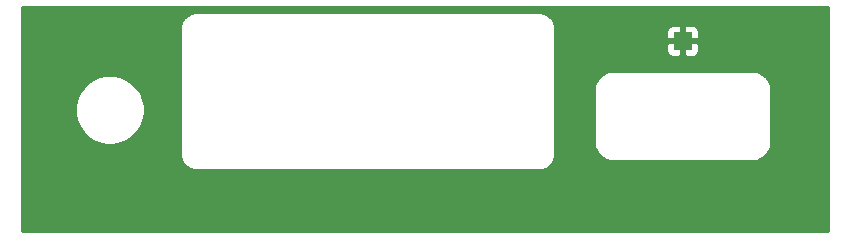
<source format=gbr>
%TF.GenerationSoftware,KiCad,Pcbnew,(5.1.6)-1*%
%TF.CreationDate,2020-11-22T20:04:26-08:00*%
%TF.ProjectId,vgavt1593-front,76676176-7431-4353-9933-2d66726f6e74,rev?*%
%TF.SameCoordinates,Original*%
%TF.FileFunction,Copper,L2,Bot*%
%TF.FilePolarity,Positive*%
%FSLAX46Y46*%
G04 Gerber Fmt 4.6, Leading zero omitted, Abs format (unit mm)*
G04 Created by KiCad (PCBNEW (5.1.6)-1) date 2020-11-22 20:04:26*
%MOMM*%
%LPD*%
G01*
G04 APERTURE LIST*
%TA.AperFunction,SMDPad,CuDef*%
%ADD10R,1.500000X1.500000*%
%TD*%
%TA.AperFunction,ViaPad*%
%ADD11C,0.635000*%
%TD*%
%TA.AperFunction,Conductor*%
%ADD12C,0.254000*%
%TD*%
G04 APERTURE END LIST*
D10*
%TO.P,TP1,1*%
%TO.N,GND*%
X80264000Y-28702000D03*
%TD*%
D11*
%TO.N,GND*%
X91694000Y-43942000D03*
X91694000Y-26670000D03*
X25146000Y-43942000D03*
X25146000Y-26670000D03*
%TD*%
D12*
%TO.N,GND*%
G36*
X92533000Y-44781000D02*
G01*
X24307000Y-44781000D01*
X24307000Y-38246940D01*
X37694000Y-38246940D01*
X37695740Y-38264605D01*
X37695696Y-38270890D01*
X37696249Y-38276532D01*
X37716976Y-38473734D01*
X37724377Y-38509789D01*
X37731270Y-38545924D01*
X37732908Y-38551347D01*
X37732909Y-38551353D01*
X37732911Y-38551359D01*
X37791544Y-38740773D01*
X37805821Y-38774736D01*
X37819589Y-38808814D01*
X37822247Y-38813815D01*
X37822249Y-38813819D01*
X37822251Y-38813822D01*
X37916561Y-38988244D01*
X37937134Y-39018744D01*
X37957287Y-39049541D01*
X37960870Y-39053934D01*
X38087264Y-39206719D01*
X38113415Y-39232689D01*
X38139120Y-39258937D01*
X38143482Y-39262546D01*
X38143488Y-39262552D01*
X38143495Y-39262556D01*
X38297150Y-39387875D01*
X38327797Y-39408237D01*
X38358161Y-39429028D01*
X38363140Y-39431720D01*
X38363148Y-39431725D01*
X38363156Y-39431728D01*
X38538226Y-39524815D01*
X38572292Y-39538857D01*
X38606071Y-39553334D01*
X38611475Y-39555007D01*
X38611484Y-39555011D01*
X38611493Y-39555013D01*
X38801313Y-39612322D01*
X38837439Y-39619475D01*
X38873400Y-39627119D01*
X38879034Y-39627712D01*
X38879041Y-39627713D01*
X38879048Y-39627713D01*
X39076380Y-39647062D01*
X39076382Y-39647062D01*
X39096059Y-39649000D01*
X68091941Y-39649000D01*
X68109606Y-39647260D01*
X68115890Y-39647304D01*
X68121532Y-39646751D01*
X68318734Y-39626024D01*
X68354789Y-39618623D01*
X68390924Y-39611730D01*
X68396347Y-39610092D01*
X68396353Y-39610091D01*
X68396359Y-39610089D01*
X68585773Y-39551456D01*
X68619736Y-39537179D01*
X68653814Y-39523411D01*
X68658815Y-39520753D01*
X68658819Y-39520751D01*
X68658822Y-39520749D01*
X68833244Y-39426439D01*
X68863744Y-39405866D01*
X68894541Y-39385713D01*
X68898934Y-39382130D01*
X69051719Y-39255736D01*
X69077689Y-39229585D01*
X69103937Y-39203880D01*
X69107546Y-39199518D01*
X69107552Y-39199512D01*
X69107556Y-39199505D01*
X69232875Y-39045850D01*
X69253237Y-39015203D01*
X69274028Y-38984839D01*
X69276720Y-38979860D01*
X69276725Y-38979852D01*
X69276728Y-38979844D01*
X69369815Y-38804774D01*
X69383857Y-38770708D01*
X69398334Y-38736929D01*
X69400007Y-38731525D01*
X69400011Y-38731516D01*
X69400013Y-38731507D01*
X69457322Y-38541687D01*
X69464475Y-38505561D01*
X69472119Y-38469600D01*
X69472712Y-38463962D01*
X69472713Y-38463959D01*
X69472713Y-38463952D01*
X69492062Y-38266620D01*
X69492062Y-38266618D01*
X69494000Y-38246941D01*
X69494000Y-32873060D01*
X72746000Y-32873060D01*
X72746001Y-37230941D01*
X72747757Y-37248770D01*
X72747702Y-37256662D01*
X72748255Y-37262304D01*
X72774163Y-37508807D01*
X72781564Y-37544860D01*
X72788458Y-37581000D01*
X72790096Y-37586427D01*
X72863391Y-37823203D01*
X72877651Y-37857126D01*
X72891435Y-37891242D01*
X72894096Y-37896248D01*
X73011984Y-38114278D01*
X73032584Y-38144819D01*
X73052711Y-38175576D01*
X73056294Y-38179970D01*
X73214287Y-38370950D01*
X73240438Y-38396920D01*
X73266143Y-38423168D01*
X73270505Y-38426777D01*
X73270511Y-38426783D01*
X73270518Y-38426787D01*
X73462589Y-38583437D01*
X73493265Y-38603818D01*
X73523602Y-38624590D01*
X73528583Y-38627284D01*
X73528587Y-38627287D01*
X73528591Y-38627289D01*
X73747436Y-38743650D01*
X73781473Y-38757679D01*
X73815278Y-38772168D01*
X73820687Y-38773842D01*
X73820694Y-38773845D01*
X73820701Y-38773846D01*
X74057974Y-38845484D01*
X74094090Y-38852635D01*
X74130065Y-38860282D01*
X74135701Y-38860875D01*
X74135703Y-38860875D01*
X74382381Y-38885062D01*
X74382382Y-38885062D01*
X74402059Y-38887000D01*
X86125941Y-38887000D01*
X86143780Y-38885243D01*
X86151662Y-38885298D01*
X86157304Y-38884745D01*
X86403807Y-38858837D01*
X86439860Y-38851436D01*
X86476000Y-38844542D01*
X86481427Y-38842904D01*
X86718203Y-38769609D01*
X86752126Y-38755349D01*
X86786242Y-38741565D01*
X86791248Y-38738904D01*
X87009278Y-38621016D01*
X87039819Y-38600416D01*
X87070576Y-38580289D01*
X87074970Y-38576706D01*
X87265950Y-38418713D01*
X87291920Y-38392562D01*
X87318168Y-38366857D01*
X87321777Y-38362495D01*
X87321783Y-38362489D01*
X87321787Y-38362482D01*
X87478437Y-38170411D01*
X87498818Y-38139735D01*
X87519590Y-38109398D01*
X87522284Y-38104417D01*
X87522287Y-38104413D01*
X87522289Y-38104409D01*
X87638650Y-37885564D01*
X87652679Y-37851527D01*
X87667168Y-37817722D01*
X87668842Y-37812313D01*
X87668845Y-37812306D01*
X87668846Y-37812299D01*
X87740484Y-37575026D01*
X87747635Y-37538910D01*
X87755282Y-37502935D01*
X87755875Y-37497297D01*
X87780062Y-37250619D01*
X87780062Y-37250618D01*
X87782000Y-37230941D01*
X87782000Y-32873059D01*
X87780243Y-32855220D01*
X87780298Y-32847339D01*
X87779745Y-32841697D01*
X87753837Y-32595193D01*
X87746436Y-32559140D01*
X87739542Y-32523000D01*
X87737904Y-32517573D01*
X87664609Y-32280797D01*
X87650349Y-32246874D01*
X87636565Y-32212758D01*
X87633904Y-32207752D01*
X87516016Y-31989722D01*
X87495416Y-31959181D01*
X87475289Y-31928424D01*
X87471706Y-31924030D01*
X87313713Y-31733050D01*
X87287597Y-31707116D01*
X87261857Y-31680831D01*
X87257489Y-31677217D01*
X87065411Y-31520563D01*
X87034762Y-31500199D01*
X87004398Y-31479409D01*
X86999422Y-31476719D01*
X86999413Y-31476713D01*
X86999404Y-31476709D01*
X86780564Y-31360350D01*
X86746539Y-31346326D01*
X86712722Y-31331832D01*
X86707307Y-31330156D01*
X86707309Y-31330156D01*
X86707301Y-31330154D01*
X86470026Y-31258516D01*
X86433910Y-31251365D01*
X86397935Y-31243718D01*
X86392299Y-31243125D01*
X86392297Y-31243125D01*
X86145619Y-31218938D01*
X86145618Y-31218938D01*
X86125941Y-31217000D01*
X74402059Y-31217000D01*
X74384220Y-31218757D01*
X74376339Y-31218702D01*
X74370697Y-31219255D01*
X74124193Y-31245163D01*
X74088140Y-31252564D01*
X74052000Y-31259458D01*
X74046573Y-31261096D01*
X73809797Y-31334391D01*
X73775874Y-31348651D01*
X73741758Y-31362435D01*
X73736752Y-31365096D01*
X73518722Y-31482984D01*
X73488181Y-31503584D01*
X73457424Y-31523711D01*
X73453030Y-31527294D01*
X73262050Y-31685287D01*
X73236116Y-31711403D01*
X73209831Y-31737143D01*
X73206217Y-31741511D01*
X73049563Y-31933589D01*
X73029199Y-31964238D01*
X73008409Y-31994602D01*
X73005719Y-31999578D01*
X73005713Y-31999587D01*
X73005709Y-31999596D01*
X72889350Y-32218436D01*
X72875326Y-32252461D01*
X72860832Y-32286278D01*
X72859156Y-32291693D01*
X72787516Y-32528974D01*
X72780365Y-32565090D01*
X72772718Y-32601065D01*
X72772125Y-32606703D01*
X72747938Y-32853381D01*
X72746000Y-32873060D01*
X69494000Y-32873060D01*
X69494000Y-29452000D01*
X78875928Y-29452000D01*
X78888188Y-29576482D01*
X78924498Y-29696180D01*
X78983463Y-29806494D01*
X79062815Y-29903185D01*
X79159506Y-29982537D01*
X79269820Y-30041502D01*
X79389518Y-30077812D01*
X79514000Y-30090072D01*
X79978250Y-30087000D01*
X80137000Y-29928250D01*
X80137000Y-28829000D01*
X80391000Y-28829000D01*
X80391000Y-29928250D01*
X80549750Y-30087000D01*
X81014000Y-30090072D01*
X81138482Y-30077812D01*
X81258180Y-30041502D01*
X81368494Y-29982537D01*
X81465185Y-29903185D01*
X81544537Y-29806494D01*
X81603502Y-29696180D01*
X81639812Y-29576482D01*
X81652072Y-29452000D01*
X81649000Y-28987750D01*
X81490250Y-28829000D01*
X80391000Y-28829000D01*
X80137000Y-28829000D01*
X79037750Y-28829000D01*
X78879000Y-28987750D01*
X78875928Y-29452000D01*
X69494000Y-29452000D01*
X69494000Y-27952000D01*
X78875928Y-27952000D01*
X78879000Y-28416250D01*
X79037750Y-28575000D01*
X80137000Y-28575000D01*
X80137000Y-27475750D01*
X80391000Y-27475750D01*
X80391000Y-28575000D01*
X81490250Y-28575000D01*
X81649000Y-28416250D01*
X81652072Y-27952000D01*
X81639812Y-27827518D01*
X81603502Y-27707820D01*
X81544537Y-27597506D01*
X81465185Y-27500815D01*
X81368494Y-27421463D01*
X81258180Y-27362498D01*
X81138482Y-27326188D01*
X81014000Y-27313928D01*
X80549750Y-27317000D01*
X80391000Y-27475750D01*
X80137000Y-27475750D01*
X79978250Y-27317000D01*
X79514000Y-27313928D01*
X79389518Y-27326188D01*
X79269820Y-27362498D01*
X79159506Y-27421463D01*
X79062815Y-27500815D01*
X78983463Y-27597506D01*
X78924498Y-27707820D01*
X78888188Y-27827518D01*
X78875928Y-27952000D01*
X69494000Y-27952000D01*
X69494000Y-27666059D01*
X69492260Y-27648394D01*
X69492304Y-27642110D01*
X69491751Y-27636468D01*
X69471024Y-27439266D01*
X69463622Y-27403205D01*
X69456730Y-27367076D01*
X69455091Y-27361649D01*
X69455091Y-27361647D01*
X69455089Y-27361641D01*
X69396456Y-27172228D01*
X69382200Y-27138314D01*
X69368411Y-27104185D01*
X69365750Y-27099180D01*
X69271439Y-26924756D01*
X69250844Y-26894223D01*
X69230713Y-26863460D01*
X69227131Y-26859066D01*
X69100736Y-26706282D01*
X69074620Y-26680348D01*
X69048880Y-26654063D01*
X69044518Y-26650454D01*
X69044512Y-26650448D01*
X69044505Y-26650444D01*
X68890850Y-26525125D01*
X68860185Y-26504751D01*
X68829838Y-26483972D01*
X68824852Y-26481275D01*
X68649774Y-26388185D01*
X68615720Y-26374148D01*
X68581929Y-26359666D01*
X68576525Y-26357993D01*
X68576516Y-26357989D01*
X68576507Y-26357987D01*
X68386687Y-26300678D01*
X68350553Y-26293523D01*
X68314599Y-26285881D01*
X68308968Y-26285289D01*
X68308959Y-26285287D01*
X68308951Y-26285287D01*
X68111620Y-26265938D01*
X68111618Y-26265938D01*
X68091941Y-26264000D01*
X39096059Y-26264000D01*
X39078394Y-26265740D01*
X39072110Y-26265696D01*
X39066468Y-26266249D01*
X38869266Y-26286976D01*
X38833205Y-26294378D01*
X38797076Y-26301270D01*
X38791653Y-26302908D01*
X38791647Y-26302909D01*
X38791641Y-26302911D01*
X38602228Y-26361544D01*
X38568314Y-26375800D01*
X38534185Y-26389589D01*
X38529180Y-26392250D01*
X38354756Y-26486561D01*
X38324223Y-26507156D01*
X38293460Y-26527287D01*
X38289066Y-26530869D01*
X38136282Y-26657264D01*
X38110348Y-26683380D01*
X38084063Y-26709120D01*
X38080454Y-26713482D01*
X38080448Y-26713488D01*
X38080444Y-26713495D01*
X37955125Y-26867150D01*
X37934751Y-26897815D01*
X37913972Y-26928162D01*
X37911275Y-26933148D01*
X37818185Y-27108226D01*
X37804148Y-27142280D01*
X37789666Y-27176071D01*
X37787993Y-27181475D01*
X37787989Y-27181484D01*
X37787987Y-27181493D01*
X37730678Y-27371313D01*
X37723523Y-27407447D01*
X37715881Y-27443401D01*
X37715289Y-27449032D01*
X37715287Y-27449041D01*
X37715287Y-27449049D01*
X37695938Y-27646380D01*
X37695938Y-27646393D01*
X37694001Y-27666059D01*
X37694000Y-38246940D01*
X24307000Y-38246940D01*
X24307000Y-34253281D01*
X28798282Y-34253281D01*
X28798282Y-34834719D01*
X28911715Y-35404984D01*
X29134222Y-35942163D01*
X29457251Y-36425610D01*
X29868390Y-36836749D01*
X30351837Y-37159778D01*
X30889016Y-37382285D01*
X31459281Y-37495718D01*
X32040719Y-37495718D01*
X32610984Y-37382285D01*
X33148163Y-37159778D01*
X33631610Y-36836749D01*
X34042749Y-36425610D01*
X34365778Y-35942163D01*
X34588285Y-35404984D01*
X34701718Y-34834719D01*
X34701718Y-34253281D01*
X34588285Y-33683016D01*
X34365778Y-33145837D01*
X34042749Y-32662390D01*
X33631610Y-32251251D01*
X33148163Y-31928222D01*
X32610984Y-31705715D01*
X32040719Y-31592282D01*
X31459281Y-31592282D01*
X30889016Y-31705715D01*
X30351837Y-31928222D01*
X29868390Y-32251251D01*
X29457251Y-32662390D01*
X29134222Y-33145837D01*
X28911715Y-33683016D01*
X28798282Y-34253281D01*
X24307000Y-34253281D01*
X24307000Y-25831000D01*
X92533001Y-25831000D01*
X92533000Y-44781000D01*
G37*
X92533000Y-44781000D02*
X24307000Y-44781000D01*
X24307000Y-38246940D01*
X37694000Y-38246940D01*
X37695740Y-38264605D01*
X37695696Y-38270890D01*
X37696249Y-38276532D01*
X37716976Y-38473734D01*
X37724377Y-38509789D01*
X37731270Y-38545924D01*
X37732908Y-38551347D01*
X37732909Y-38551353D01*
X37732911Y-38551359D01*
X37791544Y-38740773D01*
X37805821Y-38774736D01*
X37819589Y-38808814D01*
X37822247Y-38813815D01*
X37822249Y-38813819D01*
X37822251Y-38813822D01*
X37916561Y-38988244D01*
X37937134Y-39018744D01*
X37957287Y-39049541D01*
X37960870Y-39053934D01*
X38087264Y-39206719D01*
X38113415Y-39232689D01*
X38139120Y-39258937D01*
X38143482Y-39262546D01*
X38143488Y-39262552D01*
X38143495Y-39262556D01*
X38297150Y-39387875D01*
X38327797Y-39408237D01*
X38358161Y-39429028D01*
X38363140Y-39431720D01*
X38363148Y-39431725D01*
X38363156Y-39431728D01*
X38538226Y-39524815D01*
X38572292Y-39538857D01*
X38606071Y-39553334D01*
X38611475Y-39555007D01*
X38611484Y-39555011D01*
X38611493Y-39555013D01*
X38801313Y-39612322D01*
X38837439Y-39619475D01*
X38873400Y-39627119D01*
X38879034Y-39627712D01*
X38879041Y-39627713D01*
X38879048Y-39627713D01*
X39076380Y-39647062D01*
X39076382Y-39647062D01*
X39096059Y-39649000D01*
X68091941Y-39649000D01*
X68109606Y-39647260D01*
X68115890Y-39647304D01*
X68121532Y-39646751D01*
X68318734Y-39626024D01*
X68354789Y-39618623D01*
X68390924Y-39611730D01*
X68396347Y-39610092D01*
X68396353Y-39610091D01*
X68396359Y-39610089D01*
X68585773Y-39551456D01*
X68619736Y-39537179D01*
X68653814Y-39523411D01*
X68658815Y-39520753D01*
X68658819Y-39520751D01*
X68658822Y-39520749D01*
X68833244Y-39426439D01*
X68863744Y-39405866D01*
X68894541Y-39385713D01*
X68898934Y-39382130D01*
X69051719Y-39255736D01*
X69077689Y-39229585D01*
X69103937Y-39203880D01*
X69107546Y-39199518D01*
X69107552Y-39199512D01*
X69107556Y-39199505D01*
X69232875Y-39045850D01*
X69253237Y-39015203D01*
X69274028Y-38984839D01*
X69276720Y-38979860D01*
X69276725Y-38979852D01*
X69276728Y-38979844D01*
X69369815Y-38804774D01*
X69383857Y-38770708D01*
X69398334Y-38736929D01*
X69400007Y-38731525D01*
X69400011Y-38731516D01*
X69400013Y-38731507D01*
X69457322Y-38541687D01*
X69464475Y-38505561D01*
X69472119Y-38469600D01*
X69472712Y-38463962D01*
X69472713Y-38463959D01*
X69472713Y-38463952D01*
X69492062Y-38266620D01*
X69492062Y-38266618D01*
X69494000Y-38246941D01*
X69494000Y-32873060D01*
X72746000Y-32873060D01*
X72746001Y-37230941D01*
X72747757Y-37248770D01*
X72747702Y-37256662D01*
X72748255Y-37262304D01*
X72774163Y-37508807D01*
X72781564Y-37544860D01*
X72788458Y-37581000D01*
X72790096Y-37586427D01*
X72863391Y-37823203D01*
X72877651Y-37857126D01*
X72891435Y-37891242D01*
X72894096Y-37896248D01*
X73011984Y-38114278D01*
X73032584Y-38144819D01*
X73052711Y-38175576D01*
X73056294Y-38179970D01*
X73214287Y-38370950D01*
X73240438Y-38396920D01*
X73266143Y-38423168D01*
X73270505Y-38426777D01*
X73270511Y-38426783D01*
X73270518Y-38426787D01*
X73462589Y-38583437D01*
X73493265Y-38603818D01*
X73523602Y-38624590D01*
X73528583Y-38627284D01*
X73528587Y-38627287D01*
X73528591Y-38627289D01*
X73747436Y-38743650D01*
X73781473Y-38757679D01*
X73815278Y-38772168D01*
X73820687Y-38773842D01*
X73820694Y-38773845D01*
X73820701Y-38773846D01*
X74057974Y-38845484D01*
X74094090Y-38852635D01*
X74130065Y-38860282D01*
X74135701Y-38860875D01*
X74135703Y-38860875D01*
X74382381Y-38885062D01*
X74382382Y-38885062D01*
X74402059Y-38887000D01*
X86125941Y-38887000D01*
X86143780Y-38885243D01*
X86151662Y-38885298D01*
X86157304Y-38884745D01*
X86403807Y-38858837D01*
X86439860Y-38851436D01*
X86476000Y-38844542D01*
X86481427Y-38842904D01*
X86718203Y-38769609D01*
X86752126Y-38755349D01*
X86786242Y-38741565D01*
X86791248Y-38738904D01*
X87009278Y-38621016D01*
X87039819Y-38600416D01*
X87070576Y-38580289D01*
X87074970Y-38576706D01*
X87265950Y-38418713D01*
X87291920Y-38392562D01*
X87318168Y-38366857D01*
X87321777Y-38362495D01*
X87321783Y-38362489D01*
X87321787Y-38362482D01*
X87478437Y-38170411D01*
X87498818Y-38139735D01*
X87519590Y-38109398D01*
X87522284Y-38104417D01*
X87522287Y-38104413D01*
X87522289Y-38104409D01*
X87638650Y-37885564D01*
X87652679Y-37851527D01*
X87667168Y-37817722D01*
X87668842Y-37812313D01*
X87668845Y-37812306D01*
X87668846Y-37812299D01*
X87740484Y-37575026D01*
X87747635Y-37538910D01*
X87755282Y-37502935D01*
X87755875Y-37497297D01*
X87780062Y-37250619D01*
X87780062Y-37250618D01*
X87782000Y-37230941D01*
X87782000Y-32873059D01*
X87780243Y-32855220D01*
X87780298Y-32847339D01*
X87779745Y-32841697D01*
X87753837Y-32595193D01*
X87746436Y-32559140D01*
X87739542Y-32523000D01*
X87737904Y-32517573D01*
X87664609Y-32280797D01*
X87650349Y-32246874D01*
X87636565Y-32212758D01*
X87633904Y-32207752D01*
X87516016Y-31989722D01*
X87495416Y-31959181D01*
X87475289Y-31928424D01*
X87471706Y-31924030D01*
X87313713Y-31733050D01*
X87287597Y-31707116D01*
X87261857Y-31680831D01*
X87257489Y-31677217D01*
X87065411Y-31520563D01*
X87034762Y-31500199D01*
X87004398Y-31479409D01*
X86999422Y-31476719D01*
X86999413Y-31476713D01*
X86999404Y-31476709D01*
X86780564Y-31360350D01*
X86746539Y-31346326D01*
X86712722Y-31331832D01*
X86707307Y-31330156D01*
X86707309Y-31330156D01*
X86707301Y-31330154D01*
X86470026Y-31258516D01*
X86433910Y-31251365D01*
X86397935Y-31243718D01*
X86392299Y-31243125D01*
X86392297Y-31243125D01*
X86145619Y-31218938D01*
X86145618Y-31218938D01*
X86125941Y-31217000D01*
X74402059Y-31217000D01*
X74384220Y-31218757D01*
X74376339Y-31218702D01*
X74370697Y-31219255D01*
X74124193Y-31245163D01*
X74088140Y-31252564D01*
X74052000Y-31259458D01*
X74046573Y-31261096D01*
X73809797Y-31334391D01*
X73775874Y-31348651D01*
X73741758Y-31362435D01*
X73736752Y-31365096D01*
X73518722Y-31482984D01*
X73488181Y-31503584D01*
X73457424Y-31523711D01*
X73453030Y-31527294D01*
X73262050Y-31685287D01*
X73236116Y-31711403D01*
X73209831Y-31737143D01*
X73206217Y-31741511D01*
X73049563Y-31933589D01*
X73029199Y-31964238D01*
X73008409Y-31994602D01*
X73005719Y-31999578D01*
X73005713Y-31999587D01*
X73005709Y-31999596D01*
X72889350Y-32218436D01*
X72875326Y-32252461D01*
X72860832Y-32286278D01*
X72859156Y-32291693D01*
X72787516Y-32528974D01*
X72780365Y-32565090D01*
X72772718Y-32601065D01*
X72772125Y-32606703D01*
X72747938Y-32853381D01*
X72746000Y-32873060D01*
X69494000Y-32873060D01*
X69494000Y-29452000D01*
X78875928Y-29452000D01*
X78888188Y-29576482D01*
X78924498Y-29696180D01*
X78983463Y-29806494D01*
X79062815Y-29903185D01*
X79159506Y-29982537D01*
X79269820Y-30041502D01*
X79389518Y-30077812D01*
X79514000Y-30090072D01*
X79978250Y-30087000D01*
X80137000Y-29928250D01*
X80137000Y-28829000D01*
X80391000Y-28829000D01*
X80391000Y-29928250D01*
X80549750Y-30087000D01*
X81014000Y-30090072D01*
X81138482Y-30077812D01*
X81258180Y-30041502D01*
X81368494Y-29982537D01*
X81465185Y-29903185D01*
X81544537Y-29806494D01*
X81603502Y-29696180D01*
X81639812Y-29576482D01*
X81652072Y-29452000D01*
X81649000Y-28987750D01*
X81490250Y-28829000D01*
X80391000Y-28829000D01*
X80137000Y-28829000D01*
X79037750Y-28829000D01*
X78879000Y-28987750D01*
X78875928Y-29452000D01*
X69494000Y-29452000D01*
X69494000Y-27952000D01*
X78875928Y-27952000D01*
X78879000Y-28416250D01*
X79037750Y-28575000D01*
X80137000Y-28575000D01*
X80137000Y-27475750D01*
X80391000Y-27475750D01*
X80391000Y-28575000D01*
X81490250Y-28575000D01*
X81649000Y-28416250D01*
X81652072Y-27952000D01*
X81639812Y-27827518D01*
X81603502Y-27707820D01*
X81544537Y-27597506D01*
X81465185Y-27500815D01*
X81368494Y-27421463D01*
X81258180Y-27362498D01*
X81138482Y-27326188D01*
X81014000Y-27313928D01*
X80549750Y-27317000D01*
X80391000Y-27475750D01*
X80137000Y-27475750D01*
X79978250Y-27317000D01*
X79514000Y-27313928D01*
X79389518Y-27326188D01*
X79269820Y-27362498D01*
X79159506Y-27421463D01*
X79062815Y-27500815D01*
X78983463Y-27597506D01*
X78924498Y-27707820D01*
X78888188Y-27827518D01*
X78875928Y-27952000D01*
X69494000Y-27952000D01*
X69494000Y-27666059D01*
X69492260Y-27648394D01*
X69492304Y-27642110D01*
X69491751Y-27636468D01*
X69471024Y-27439266D01*
X69463622Y-27403205D01*
X69456730Y-27367076D01*
X69455091Y-27361649D01*
X69455091Y-27361647D01*
X69455089Y-27361641D01*
X69396456Y-27172228D01*
X69382200Y-27138314D01*
X69368411Y-27104185D01*
X69365750Y-27099180D01*
X69271439Y-26924756D01*
X69250844Y-26894223D01*
X69230713Y-26863460D01*
X69227131Y-26859066D01*
X69100736Y-26706282D01*
X69074620Y-26680348D01*
X69048880Y-26654063D01*
X69044518Y-26650454D01*
X69044512Y-26650448D01*
X69044505Y-26650444D01*
X68890850Y-26525125D01*
X68860185Y-26504751D01*
X68829838Y-26483972D01*
X68824852Y-26481275D01*
X68649774Y-26388185D01*
X68615720Y-26374148D01*
X68581929Y-26359666D01*
X68576525Y-26357993D01*
X68576516Y-26357989D01*
X68576507Y-26357987D01*
X68386687Y-26300678D01*
X68350553Y-26293523D01*
X68314599Y-26285881D01*
X68308968Y-26285289D01*
X68308959Y-26285287D01*
X68308951Y-26285287D01*
X68111620Y-26265938D01*
X68111618Y-26265938D01*
X68091941Y-26264000D01*
X39096059Y-26264000D01*
X39078394Y-26265740D01*
X39072110Y-26265696D01*
X39066468Y-26266249D01*
X38869266Y-26286976D01*
X38833205Y-26294378D01*
X38797076Y-26301270D01*
X38791653Y-26302908D01*
X38791647Y-26302909D01*
X38791641Y-26302911D01*
X38602228Y-26361544D01*
X38568314Y-26375800D01*
X38534185Y-26389589D01*
X38529180Y-26392250D01*
X38354756Y-26486561D01*
X38324223Y-26507156D01*
X38293460Y-26527287D01*
X38289066Y-26530869D01*
X38136282Y-26657264D01*
X38110348Y-26683380D01*
X38084063Y-26709120D01*
X38080454Y-26713482D01*
X38080448Y-26713488D01*
X38080444Y-26713495D01*
X37955125Y-26867150D01*
X37934751Y-26897815D01*
X37913972Y-26928162D01*
X37911275Y-26933148D01*
X37818185Y-27108226D01*
X37804148Y-27142280D01*
X37789666Y-27176071D01*
X37787993Y-27181475D01*
X37787989Y-27181484D01*
X37787987Y-27181493D01*
X37730678Y-27371313D01*
X37723523Y-27407447D01*
X37715881Y-27443401D01*
X37715289Y-27449032D01*
X37715287Y-27449041D01*
X37715287Y-27449049D01*
X37695938Y-27646380D01*
X37695938Y-27646393D01*
X37694001Y-27666059D01*
X37694000Y-38246940D01*
X24307000Y-38246940D01*
X24307000Y-34253281D01*
X28798282Y-34253281D01*
X28798282Y-34834719D01*
X28911715Y-35404984D01*
X29134222Y-35942163D01*
X29457251Y-36425610D01*
X29868390Y-36836749D01*
X30351837Y-37159778D01*
X30889016Y-37382285D01*
X31459281Y-37495718D01*
X32040719Y-37495718D01*
X32610984Y-37382285D01*
X33148163Y-37159778D01*
X33631610Y-36836749D01*
X34042749Y-36425610D01*
X34365778Y-35942163D01*
X34588285Y-35404984D01*
X34701718Y-34834719D01*
X34701718Y-34253281D01*
X34588285Y-33683016D01*
X34365778Y-33145837D01*
X34042749Y-32662390D01*
X33631610Y-32251251D01*
X33148163Y-31928222D01*
X32610984Y-31705715D01*
X32040719Y-31592282D01*
X31459281Y-31592282D01*
X30889016Y-31705715D01*
X30351837Y-31928222D01*
X29868390Y-32251251D01*
X29457251Y-32662390D01*
X29134222Y-33145837D01*
X28911715Y-33683016D01*
X28798282Y-34253281D01*
X24307000Y-34253281D01*
X24307000Y-25831000D01*
X92533001Y-25831000D01*
X92533000Y-44781000D01*
%TD*%
M02*

</source>
